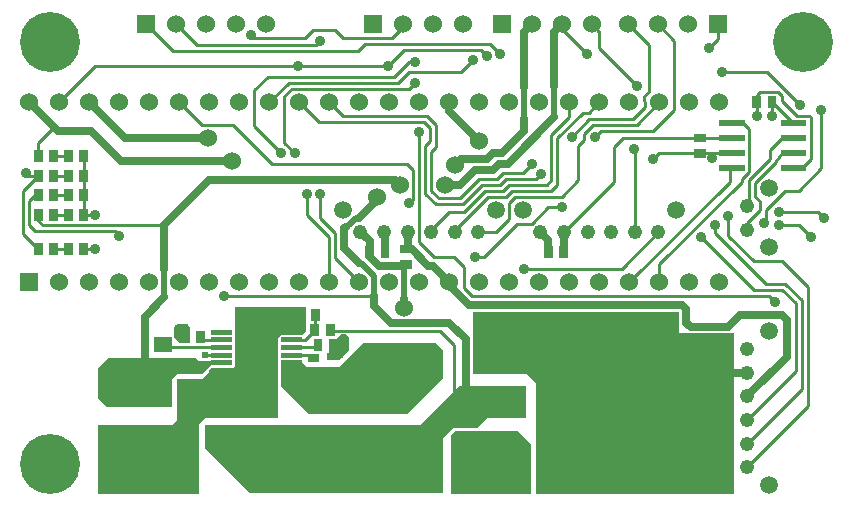
<source format=gbr>
G04 start of page 3 for group 1 idx 1 *
G04 Title: control, bottom *
G04 Creator: pcb 20140316 *
G04 CreationDate: Thu 08 Jun 2017 03:46:08 AM GMT UTC *
G04 For: brian *
G04 Format: Gerber/RS-274X *
G04 PCB-Dimensions (mil): 6000.00 5000.00 *
G04 PCB-Coordinate-Origin: lower left *
%MOIN*%
%FSLAX25Y25*%
%LNBOTTOM*%
%ADD52C,0.1770*%
%ADD51C,0.0437*%
%ADD50C,0.0279*%
%ADD49C,0.0380*%
%ADD48C,0.0350*%
%ADD47C,0.0118*%
%ADD46C,0.0360*%
%ADD45C,0.0238*%
%ADD44R,0.0700X0.0700*%
%ADD43R,0.1181X0.1181*%
%ADD42R,0.0165X0.0165*%
%ADD41R,0.0473X0.0473*%
%ADD40R,0.0200X0.0200*%
%ADD39R,0.0512X0.0512*%
%ADD38R,0.0630X0.0630*%
%ADD37R,0.0295X0.0295*%
%ADD36C,0.2000*%
%ADD35C,0.0597*%
%ADD34C,0.0480*%
%ADD33C,0.0600*%
%ADD32C,0.0200*%
%ADD31C,0.0250*%
%ADD30C,0.0100*%
%ADD29C,0.0001*%
G54D29*G36*
X224400Y67000D02*Y86400D01*
X225800Y87800D01*
X247000D01*
X251100Y83700D01*
Y67000D01*
X224400D01*
G37*
G36*
X253000D02*Y104000D01*
X250000Y107000D01*
X232000D01*
Y127500D01*
X300500D01*
Y120500D01*
X319000D01*
Y67000D01*
X253000D01*
G37*
G36*
X176300Y129100D02*Y121400D01*
X174900Y120000D01*
X167800D01*
X166800Y119000D01*
Y92200D01*
X142800D01*
X140700Y90100D01*
Y67000D01*
X107000D01*
Y90000D01*
X131700D01*
X133300Y91600D01*
Y105100D01*
X141500D01*
X143800Y107400D01*
Y108200D01*
X144500Y108900D01*
X152000D01*
X152600Y109500D01*
Y129200D01*
X176300D01*
Y129100D01*
G37*
G36*
X131900Y96000D02*X109800D01*
X107000Y98800D01*
Y109000D01*
X110200Y112200D01*
X139600D01*
X140700Y111100D01*
X144100D01*
X144500Y111500D01*
X151600D01*
Y109800D01*
X144400D01*
X141500Y106900D01*
X133500D01*
X131700Y105100D01*
Y96200D01*
X131900Y96000D01*
G37*
G36*
X137600Y117300D02*X134300D01*
X132200Y119400D01*
Y122600D01*
X133200Y123600D01*
X136500D01*
X137600Y122500D01*
Y117300D01*
G37*
G36*
X183800Y118700D02*X186600D01*
X188000Y120100D01*
X189700D01*
X190700Y119100D01*
Y114900D01*
X187500Y111700D01*
X183100D01*
Y113700D01*
X183800Y114400D01*
Y118700D01*
G37*
G36*
X167800Y111500D02*X175000D01*
Y110900D01*
X176600Y109300D01*
X187300D01*
X195200Y117200D01*
X219600D01*
X222000Y114800D01*
Y105600D01*
X210000Y93600D01*
X177200D01*
X167800Y103000D01*
Y111500D01*
G37*
G36*
X214100Y90000D02*X227100Y103000D01*
X249500D01*
Y92300D01*
X236600D01*
X233300Y89000D01*
X225300D01*
X222000Y85700D01*
Y67100D01*
X157700D01*
X142700Y82100D01*
Y90000D01*
X214100D01*
G37*
G54D30*X225500Y91500D02*Y116600D01*
G54D31*X229500Y118500D02*Y99500D01*
G54D30*X229000Y135500D02*X231500Y133000D01*
G54D31*X230500Y130000D02*X224000Y136500D01*
G54D30*X225500Y91500D02*X214500Y80500D01*
X163500D01*
X177759Y108082D02*X178700Y107141D01*
X171275Y108082D02*X177759D01*
X168716Y110641D02*X171275Y108082D01*
G54D31*X323217Y107311D02*X299811D01*
X299500Y107000D01*
X230500Y130000D02*X301500D01*
X303000Y128500D01*
G54D30*X231500Y133000D02*X330500D01*
G54D31*X209000Y132000D02*Y129000D01*
X199000Y133000D02*Y129500D01*
X204500Y124000D01*
X303000Y128500D02*Y124000D01*
X304500Y122500D01*
X317000D01*
X321000Y126500D01*
X335000D01*
X336500Y125000D01*
G54D30*X332500Y131000D02*X330500Y133000D01*
G54D31*X336500Y112720D02*X323217Y99437D01*
X324280Y100500D02*X323280Y99500D01*
G54D30*X323217Y91689D02*X339500Y107972D01*
X323217Y83689D02*X341500Y101972D01*
X323217Y75815D02*X343500Y96098D01*
G54D31*X336500Y125000D02*Y112720D01*
G54D30*X341500Y101972D02*Y131500D01*
X339500Y107972D02*Y130500D01*
X335000Y135000D01*
X336000Y137000D02*X341500Y131500D01*
X343500Y96098D02*Y136000D01*
X335000Y135000D02*X325500D01*
X140000Y216500D02*X133000Y223500D01*
X141500Y190000D02*X134000Y197500D01*
X123000Y223500D02*X132000Y214500D01*
G54D31*X143500Y185500D02*X116000D01*
G54D30*X194000Y159000D02*X193000D01*
X211000Y164000D02*X212000Y165000D01*
G54D31*X207500Y170000D02*X206000Y171500D01*
X129000Y156500D02*X144000Y171500D01*
X206000D02*X144000D01*
G54D30*X210000Y177000D02*X165000D01*
X181000Y167000D02*Y159000D01*
X176500Y160000D02*Y167000D01*
X140000Y216500D02*X179500D01*
X178500Y221500D02*X176000Y219000D01*
X159000D01*
X158000Y220000D01*
X165000Y177000D02*X152000Y190000D01*
X141500D01*
X159000Y201500D02*Y189500D01*
X168000Y180500D01*
G54D31*X151500Y178000D02*X114500D01*
X104500Y188000D01*
G54D30*X171500Y202000D02*X169000Y199500D01*
Y184000D01*
X172500Y180500D01*
X132000Y214500D02*X193500D01*
X106000Y209500D02*X203500D01*
X209000Y215000D01*
X164000Y197500D02*X170500Y204000D01*
X159000Y201500D02*X163500Y206000D01*
X170500Y204000D02*X207000D01*
X210500Y207500D01*
X171500Y202000D02*X210500D01*
X163500Y206000D02*X205500D01*
X210500Y211000D01*
G54D31*X116000Y185500D02*X104000Y197500D01*
G54D30*X94000D02*X106000Y209500D01*
G54D31*X104500Y188000D02*X93500D01*
X84000Y197500D01*
G54D30*X87000Y179500D02*Y184000D01*
X92250Y189250D01*
X92059Y179500D02*X96941D01*
Y173000D02*X92059D01*
X96941Y166500D02*X92059D01*
X96941Y160000D02*X92059D01*
X102059Y179500D02*Y160000D01*
X86941D02*Y158059D01*
X84000Y164500D02*Y156500D01*
X86000Y154500D01*
X82000Y168059D02*Y153441D01*
X86941Y158059D02*X88500Y156500D01*
X129000D01*
X102059Y160000D02*X106000D01*
X114000Y153000D02*X112500Y154500D01*
X86000D02*X112500D01*
X86941Y166500D02*X86000D01*
X84000Y164500D01*
X86941Y173000D02*X82000Y168059D01*
X87000Y173059D02*X83941D01*
X83000Y174000D01*
X82000Y153441D02*X86941Y148500D01*
X92059D02*X96941D01*
X102059D02*X106000D01*
X129541Y115759D02*X128600Y116700D01*
X129541Y115759D02*X145330D01*
X142141Y118318D02*X141259Y119200D01*
X142141Y118318D02*X145330D01*
X142400Y113200D02*X145330D01*
X167377Y120877D02*X159700Y113200D01*
G54D31*X129000Y156500D02*Y142000D01*
G54D32*Y132500D01*
G54D31*X122500Y126000D01*
Y105500D01*
G54D30*X167377Y120877D02*X168716D01*
X199000Y133000D02*X149000D01*
X171393Y120877D02*Y123460D01*
X174141Y126208D02*X171393Y123460D01*
X179259Y121326D02*Y126700D01*
X179141Y121208D02*X179259Y121326D01*
X175759Y118318D02*X179141Y121700D01*
X168716Y118318D02*X175759D01*
X177759Y113200D02*X178700Y112259D01*
X168716Y113200D02*X177759D01*
X168716Y115759D02*X179259D01*
X180200Y116700D01*
X223500Y118600D02*X225500Y116600D01*
X220892Y121208D02*X223600Y118500D01*
X184259Y121208D02*X220892D01*
G54D31*X224000Y124000D02*X229500Y118500D01*
X224000Y124000D02*X204500D01*
G54D30*X229000Y142500D02*Y135500D01*
G54D31*X224000Y136500D02*Y137500D01*
G54D30*X217937Y154937D02*Y154217D01*
X225811D02*Y154811D01*
G54D31*X218500Y143000D02*X224000Y137500D01*
G54D32*X209000Y142000D02*Y132000D01*
G54D31*X218500Y143000D02*X216900D01*
X211400Y148500D01*
X210000D01*
X197441Y147500D02*Y146059D01*
X200500Y143000D01*
X189000Y151000D02*Y149000D01*
X194000Y144000D01*
G54D30*X194500D01*
G54D32*X199000Y139500D02*Y133000D01*
G54D30*X232500Y146000D02*X235500D01*
X179500Y216500D02*X181000Y218000D01*
X188500Y219000D02*X205000D01*
X188500D02*X186000Y221500D01*
X178500D01*
X193500Y214500D02*X196000Y217000D01*
X215500Y191000D02*X180500D01*
X188500Y193000D02*X216500D01*
X180500Y191000D02*X174000Y197500D01*
X184000D02*X188500Y193000D01*
X203500Y204000D02*X175500D01*
X210500Y202000D02*X212500Y204000D01*
X210500Y211000D02*X212500D01*
X217500Y189000D02*X215500Y191000D01*
X216500Y193000D02*X219500Y190000D01*
G54D31*X224000Y197500D02*Y194500D01*
G54D30*X212500Y211000D02*X211500D01*
X208500Y222500D02*X205000Y219000D01*
X196000Y217000D02*X237500D01*
X209000Y215000D02*X234500D01*
X241000Y213500D02*X237500Y217000D01*
X234500Y215000D02*X236500Y213000D01*
X210500Y207500D02*X228000D01*
X232000Y211500D01*
X217500Y184500D02*Y189000D01*
X219500Y190000D02*Y182500D01*
X218000Y181000D01*
X214000Y187500D02*Y151000D01*
X216000Y167000D02*Y183000D01*
X217500Y184500D01*
X212000Y165000D02*Y175000D01*
X210000Y177000D01*
X218000Y181000D02*Y168000D01*
X220500Y165500D01*
X216000Y167000D02*X219500Y163500D01*
G54D32*X193000Y159000D02*X190500Y156500D01*
G54D30*X190000D01*
X181000Y159000D02*X186000Y154000D01*
X184000Y152500D02*X176500Y160000D01*
X190000Y156500D02*X189500Y156000D01*
G54D31*X189000Y155500D01*
Y149000D01*
G54D30*X184000Y137500D02*Y152500D01*
X194000Y137500D02*X186000Y145500D01*
Y154000D01*
G54D31*X200000Y166000D02*Y165000D01*
X194000Y159000D01*
X194315Y154217D02*X197441Y151091D01*
X202189Y154217D02*X202500Y153906D01*
Y147500D01*
X197441Y151091D02*Y147500D01*
D03*
G54D32*X194500Y144000D02*X199000Y139500D01*
G54D30*X214000Y151000D02*X219000Y146000D01*
G54D31*X210063Y154217D02*X209500Y153654D01*
X210063Y154217D02*Y148437D01*
X209059Y143000D02*X209500Y143441D01*
G54D30*X219000Y146000D02*X225500D01*
X229000Y142500D01*
G54D31*X200500Y143000D02*X209059D01*
X222500Y170000D02*X227500D01*
G54D30*Y165500D02*X220500D01*
X219500Y163500D02*X228500D01*
X229000Y161000D02*X224000D01*
X217937Y154937D01*
X235500Y146000D02*X246500Y157000D01*
X233685Y154217D02*X239717D01*
X244000Y158500D01*
X237000Y166000D02*X243000D01*
X236000Y168000D02*X242000D01*
X243000Y166000D02*X245000Y168000D01*
X242000D02*X244000Y170000D01*
Y158500D02*Y164000D01*
X246000Y166000D01*
X243000Y172000D02*X241000Y170000D01*
X242000Y174000D02*X248500D01*
X251500Y177000D01*
X243000Y172000D02*X253000D01*
X254500Y173500D01*
G54D31*X236500Y178500D02*X238500Y180500D01*
X241500D01*
G54D30*X262189Y154217D02*X279000Y171028D01*
Y182500D01*
X282030Y185530D01*
X293530D01*
X285500Y182000D02*X285811Y181689D01*
Y154217D01*
X241000Y170000D02*X235000D01*
X242000Y174000D02*X240000Y172000D01*
G54D31*X238500Y175000D02*X240500Y177000D01*
X243500D01*
G54D30*X240000Y172000D02*X234000D01*
G54D31*X232500Y175000D02*X238500D01*
X236500Y178500D02*X228000D01*
X227500Y170000D02*X232500Y175000D01*
X226000Y176500D02*X228000Y178500D01*
G54D30*X234000Y172000D02*X227500Y165500D01*
X235000Y170000D02*X228500Y163500D01*
G54D31*X224000Y194500D02*X234000Y184500D01*
G54D30*X236000Y168000D02*X229000Y161000D01*
X237000Y166000D02*X225811Y154811D01*
X246000Y166000D02*X261500D01*
X245000Y168000D02*X258000D01*
X256500Y170000D02*X244000D01*
X261500Y166000D02*X267000Y171500D01*
X258000Y168000D02*X260000Y170000D01*
X258000Y171500D02*X256500Y170000D01*
X267000Y171500D02*Y183000D01*
X260000Y170000D02*Y185500D01*
X264000Y192500D02*X258000Y186500D01*
Y171500D01*
G54D31*X241500Y180500D02*X249000Y188000D01*
Y192000D01*
G54D30*X307500Y185559D02*X307559Y185500D01*
X318500D01*
X307530Y185530D02*X293502D01*
X307500Y180441D02*X307559Y180500D01*
X311500Y179000D02*Y180500D01*
X307500D02*X294000D01*
X307559D02*X318500D01*
X318250Y175500D02*X317500Y174750D01*
Y171000D01*
X294000Y180500D02*X292000Y178500D01*
X329500Y137000D02*X312500Y154000D01*
X325500Y135000D02*X308000Y152500D01*
X323217Y155063D02*Y157217D01*
X325500Y144500D02*X317000Y153000D01*
X329500Y157000D02*X329000Y156500D01*
X317500Y171000D02*X284000Y137500D01*
X281468Y142000D02*X293685Y154217D01*
X294000Y143500D02*Y137500D01*
X312500Y154000D02*Y156500D01*
X317000Y153000D02*Y159500D01*
X321500Y171000D02*X294000Y143500D01*
X321500Y171800D02*X324000Y174300D01*
X323217Y157217D02*X327500Y161500D01*
X329500D02*Y157000D01*
X327500Y161500D02*Y164500D01*
X326000Y166000D01*
Y170500D02*Y166000D01*
G54D31*X256941Y147000D02*Y151591D01*
X254315Y154217D01*
G54D30*X251500Y157000D02*X257000Y162500D01*
X261500D01*
G54D31*X262059Y147000D02*Y154087D01*
X262189Y154217D01*
G54D30*X274500Y188000D02*X272500Y186000D01*
X269000Y187000D02*Y185000D01*
X267000Y183000D01*
X249000Y142000D02*X281468D01*
X246500Y157000D02*X251500D01*
X343500Y136000D02*X335000Y144500D01*
X336000Y137000D02*X329500D01*
X335000Y144500D02*X325500D01*
X338750Y175500D02*X341500D01*
X333000Y178000D02*Y177500D01*
X348000Y175500D02*X340500Y168000D01*
X336000D01*
X341500Y175500D02*X344500Y178500D01*
X333000Y177500D02*X326000Y170500D01*
X331000Y178500D02*X324000Y171500D01*
Y163720D01*
X323217Y162937D01*
X321500Y171000D02*Y171800D01*
X324000Y174300D02*Y188500D01*
X334000Y161000D02*X347000D01*
X349000Y159000D01*
X334000Y156500D02*X340500D01*
X344500Y152500D01*
X329500Y161500D02*X336000Y168000D01*
X293500Y223500D02*X299000Y218000D01*
X283500Y223500D02*X290500Y216500D01*
X274000Y221000D02*X271500Y223500D01*
X270000Y213500D02*X261500Y222000D01*
X299000Y218000D02*Y195000D01*
X290500Y216500D02*Y201000D01*
X289000Y199500D01*
X289100Y196000D01*
X286500Y203000D02*X274000Y215500D01*
Y221000D01*
G54D31*X261500Y223500D02*X259000Y221000D01*
Y203000D01*
X251500Y223500D02*X249000Y221000D01*
G54D30*X261500Y222000D02*Y223500D01*
G54D32*X259000Y203000D02*Y192500D01*
G54D31*X249000Y221000D02*Y202500D01*
G54D32*Y192000D01*
G54D31*X259000Y192500D02*X243500Y177000D01*
G54D30*X338750Y180500D02*X335000D01*
X333000Y178000D01*
X331000Y178500D02*Y181500D01*
X335000Y185500D01*
X339000D01*
X318250Y190500D02*X322000D01*
X338750D02*X338559D01*
X322000D02*X324000Y188500D01*
X344500Y178500D02*Y192500D01*
X344000Y193000D01*
X340000D01*
X348000Y195000D02*Y175500D01*
X299000Y195000D02*X292000Y188000D01*
X310500Y215500D02*X313500Y218500D01*
Y223500D01*
X315000Y207500D02*X330000D01*
X341000Y196500D01*
X335000Y198000D02*Y199500D01*
X333500Y201000D01*
X338559Y190500D02*X331559Y197500D01*
X340000Y193000D02*X335000Y198000D01*
X326441Y197500D02*X326500Y197441D01*
X333500Y201000D02*X327500D01*
X326500Y200000D01*
Y193000D02*Y200000D01*
X331500Y193000D02*Y197559D01*
X292000Y188000D02*X274500D01*
X289100Y196000D02*X285100Y192000D01*
X270500D01*
X286500Y190000D02*X272000D01*
X294000Y197500D02*X286500Y190000D01*
X274000Y197500D02*X270500Y194000D01*
X265000Y186000D02*X270500Y192000D01*
Y194000D02*X268500D01*
X260000Y185500D01*
X264000Y197500D02*Y192500D01*
X272000Y190000D02*X269000Y187000D01*
G54D29*G36*
X195500Y226500D02*Y220500D01*
X201500D01*
Y226500D01*
X195500D01*
G37*
G54D33*X208500Y223500D03*
X218500D03*
X143000D03*
X153000D03*
X163000D03*
X228500D03*
X214000Y137500D03*
X224000D03*
X234000D03*
X244000D03*
G54D34*X233685Y154217D03*
G54D35*X239591Y161484D03*
G54D34*X225811Y154217D03*
X217937D03*
X210063D03*
X202189D03*
X194315D03*
G54D35*X188409Y161484D03*
G54D34*X254315Y154217D03*
G54D35*X248409Y161484D03*
G54D29*G36*
X310500Y226500D02*Y220500D01*
X316500D01*
Y226500D01*
X310500D01*
G37*
G54D36*X342000Y217500D03*
G54D33*X314000Y197500D03*
X303500Y223500D03*
X304000Y197500D03*
X294000D03*
X293500Y223500D03*
X283500D03*
G54D29*G36*
X238500Y226500D02*Y220500D01*
X244500D01*
Y226500D01*
X238500D01*
G37*
G54D33*X251500Y223500D03*
X261500D03*
X271500D03*
X284000Y197500D03*
X274000D03*
X264000D03*
X254000D03*
X244000D03*
X234000D03*
X224000D03*
X214000D03*
X204000D03*
X194000D03*
X184000D03*
X174000D03*
X164000D03*
X154000D03*
X144000D03*
X254000Y137500D03*
X264000D03*
X274000D03*
G54D34*X323217Y75815D03*
G54D35*X330484Y69909D03*
G54D34*X323217Y83689D03*
Y91563D03*
Y99437D03*
Y107311D03*
Y115185D03*
G54D33*X284000Y137500D03*
X294000D03*
X304000D03*
X314000D03*
G54D34*X323217Y155063D03*
Y162937D03*
G54D35*X330484Y149157D03*
Y168843D03*
Y121091D03*
G54D34*X293685Y154217D03*
X285811D03*
X277937D03*
X270063D03*
X262189D03*
G54D35*X299591Y161484D03*
G54D36*X91000Y217500D03*
G54D29*G36*
X120000Y226500D02*Y220500D01*
X126000D01*
Y226500D01*
X120000D01*
G37*
G54D33*X133000Y223500D03*
X134000Y197500D03*
X124000D03*
X114000D03*
X104000D03*
X94000D03*
X84000D03*
G54D29*G36*
X81000Y140500D02*Y134500D01*
X87000D01*
Y140500D01*
X81000D01*
G37*
G54D36*X91000Y77000D03*
G54D33*X94000Y137500D03*
X104000D03*
X114000D03*
X124000D03*
X134000D03*
X144000D03*
X154000D03*
X164000D03*
X174000D03*
X184000D03*
X194000D03*
X204000D03*
G54D37*X209008Y148559D02*X209992D01*
X209008Y143441D02*X209992D01*
X202559Y147992D02*Y147008D01*
X197441Y147992D02*Y147008D01*
X96941Y160492D02*Y159508D01*
Y166992D02*Y166008D01*
Y173492D02*Y172508D01*
Y179992D02*Y179008D01*
X102059Y148992D02*Y148008D01*
Y160492D02*Y159508D01*
Y166992D02*Y166008D01*
Y173492D02*Y172508D01*
Y179992D02*Y179008D01*
X96941Y148992D02*Y148008D01*
X92059Y148992D02*Y148008D01*
X86941Y148992D02*Y148008D01*
X92059Y160492D02*Y159508D01*
Y173492D02*Y172508D01*
Y179992D02*Y179008D01*
X86941Y160492D02*Y159508D01*
Y173492D02*Y172508D01*
Y179992D02*Y179008D01*
X92059Y166992D02*Y166008D01*
X86941Y166992D02*Y166008D01*
X262059Y147992D02*Y147008D01*
X256941Y147992D02*Y147008D01*
G54D29*G36*
X255311Y102289D02*Y75911D01*
X281689D01*
Y102289D01*
X255311D01*
G37*
G54D38*X239563Y80045D02*X245075D01*
X239563Y98155D02*X245075D01*
G54D39*X255643Y70593D02*Y69807D01*
X248557Y70593D02*Y69807D01*
G54D40*X315000Y175500D02*X321500D01*
X335500D02*X342000D01*
X315000Y180500D02*X321500D01*
X335500D02*X342000D01*
X335500Y190500D02*X342000D01*
X335500Y185500D02*X342000D01*
G54D37*X331559Y197992D02*Y197008D01*
X326441Y197992D02*Y197008D01*
G54D40*X315000Y185500D02*X321500D01*
X315000Y190500D02*X321500D01*
G54D37*X307008Y185559D02*X307992D01*
X307008Y180441D02*X307992D01*
X141159Y119792D02*Y118808D01*
X136041Y119792D02*Y118808D01*
G54D39*X128207Y116700D02*X128993D01*
X136207Y109600D02*X136993D01*
X128207Y109614D02*X128993D01*
X136207Y102514D02*X136993D01*
G54D41*X113126Y102236D02*X128874D01*
X113126Y81764D02*X128874D01*
G54D37*X180200Y117192D02*Y116208D01*
X185318Y117192D02*Y116208D01*
X184259Y122192D02*Y121208D01*
X179141Y122192D02*Y121208D01*
X179259Y127192D02*Y126208D01*
X174141Y127192D02*Y126208D01*
G54D42*X168716Y120877D02*X174070D01*
X168716Y118318D02*X174070D01*
X168716Y115759D02*X174070D01*
X168716Y113200D02*X174070D01*
G54D37*X178208Y112259D02*X179192D01*
G54D42*X168716Y110641D02*X174070D01*
X168716Y108082D02*X174070D01*
X168716Y105523D02*X174070D01*
G54D37*X178208Y107141D02*X179192D01*
G54D42*X145330Y105523D02*X150684D01*
X145330Y108082D02*X150684D01*
X145330Y110641D02*X150684D01*
X145330Y113200D02*X150684D01*
X145330Y115759D02*X150684D01*
X145330Y118318D02*X150684D01*
X145330Y120877D02*X150684D01*
G54D43*X159700Y113397D02*Y113003D01*
G54D39*X145319Y84995D02*X147681D01*
X145319Y96805D02*X147681D01*
X228707Y92343D02*X229493D01*
X228707Y85257D02*X229493D01*
G54D44*X199900Y110500D02*X206900D01*
X199900Y73500D02*X206900D01*
G54D45*X235700Y69400D03*
X226700Y75100D03*
Y69400D03*
X234500Y85700D03*
X228600Y80400D03*
X233400Y80800D03*
X238500Y85700D03*
X246300D03*
X249800Y75300D03*
X244000Y72400D03*
Y69000D03*
G54D46*X181000Y218000D03*
X173500Y209500D03*
X158000Y220000D03*
X214000Y187500D03*
G54D33*X222500Y170000D03*
X226000Y176500D03*
X207500Y170000D03*
G54D46*X210500Y164000D03*
X212500Y211000D03*
X203500Y209500D03*
X212500Y204000D03*
G54D33*X200000Y166000D03*
G54D46*X168000Y180500D03*
X172500D03*
X181000Y167000D03*
X176500D03*
G54D45*X242300Y85700D03*
G54D46*X241000Y213500D03*
G54D33*X234000Y184500D03*
G54D46*X232500Y146000D03*
X232000Y211500D03*
X236500Y213000D03*
X249000Y142000D03*
X292000Y178500D03*
X261500Y162500D03*
X254500Y173500D03*
X251500Y177000D03*
X265000Y186000D03*
X272500D03*
X286500Y203000D03*
X270000Y213500D03*
X285500Y182000D03*
X332500Y131000D03*
X317000Y159500D03*
X308000Y152500D03*
X329000Y157400D03*
X344500Y152500D03*
X310500Y215500D03*
X341000Y196500D03*
X326500Y193000D03*
X331500D03*
X348000Y195000D03*
X315000Y207500D03*
X311500Y179000D03*
X312500Y156500D03*
X349000Y159000D03*
X334000Y156500D03*
Y161000D03*
G54D45*X122300Y77200D03*
X128600D03*
X125400D03*
X119200D03*
X116200D03*
X113200D03*
X116300Y86100D03*
X133200Y81700D03*
X108600D03*
X113200Y86100D03*
X119200D03*
X122300D03*
X125400D03*
X128600Y86000D03*
X134600Y98500D03*
X137700D03*
X141000Y95300D03*
X142000Y103900D03*
X142700Y101000D03*
X146100Y102600D03*
X149200Y101000D03*
X152000Y98700D03*
G54D33*X151500Y178000D03*
X143500Y185500D03*
G54D46*X149000Y133000D03*
G54D45*X152000Y95200D03*
X153900Y104900D03*
X124400Y107800D03*
X124300Y111000D03*
G54D46*X83000Y174000D03*
X106000Y160000D03*
X114000Y153000D03*
G54D45*X157500Y104900D03*
X161500D03*
X165500Y104800D03*
X154400Y124200D03*
X136000Y122500D03*
X133500Y122300D03*
X133300Y119800D03*
X142400Y113200D03*
X170600Y124200D03*
X174100Y123200D03*
X169700Y127800D03*
X166600D03*
G54D33*X259000Y124000D03*
G54D45*X163500Y127800D03*
X160400D03*
X157300D03*
G54D33*X209000Y129000D03*
G54D45*X154000Y127800D03*
G54D46*X106000Y148500D03*
G54D45*X166000Y120600D03*
X184300Y113000D03*
X187400Y113100D03*
X188700Y115900D03*
Y118900D03*
X159700Y113200D03*
X162900Y120700D03*
X159800D03*
X156700D03*
X153500D03*
G54D47*G54D32*G54D48*G54D32*G54D48*G54D32*G54D47*G54D32*G54D48*G54D32*G54D47*G54D48*G54D32*G54D47*G54D32*G54D47*G54D48*G54D47*G54D48*G54D47*G54D32*G54D47*G54D49*G54D50*G54D51*G54D50*G54D51*G54D50*G54D51*G54D49*G54D52*G54D49*G54D50*G54D51*G54D50*G54D49*G54D50*G54D51*G54D50*G54D51*G54D52*G54D49*G54D52*G54D49*M02*

</source>
